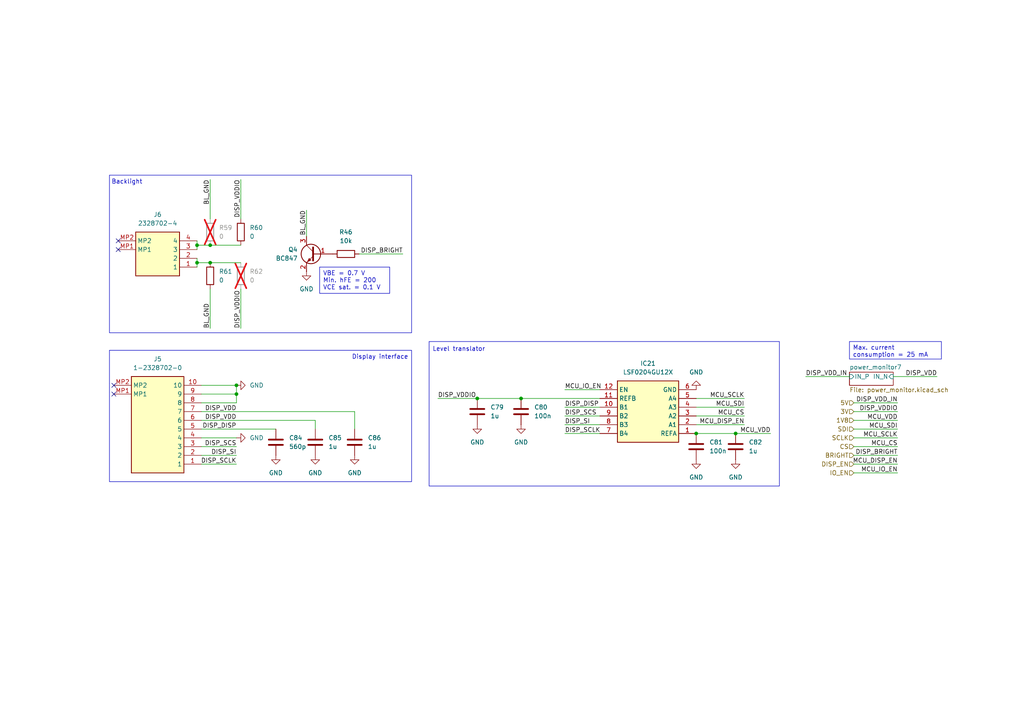
<source format=kicad_sch>
(kicad_sch (version 20231120) (generator "eeschema") (generator_version "8.0")
  (paper "A4")
  (title_block (title "Open Running Watch") (date "2024-04-12") (rev "0.1.0") (company "github.com/fuad1502/open-running-watch-hw"))
  (lib_symbols
    (symbol "1-2328702-0:1-2328702-0"
      (property "Reference" "J" (at 21.59 7.62 0))
      (property "Value" "1-2328702-0" (at 21.59 5.08 0))
      (symbol "1-2328702-0_1_1"
        (rectangle (start 5.08 2.54) (end 20.32 -25.4) (stroke (width 0.254)) (fill (type background)))
        (pin passive line (at 25.4 -22.86 180) (length 5.08) (name "1") (number "1"))
        (pin passive line (at 25.4 0 180) (length 5.08) (name "10") (number "10"))
        (pin passive line (at 25.4 -20.32 180) (length 5.08) (name "2") (number "2"))
        (pin passive line (at 25.4 -17.78 180) (length 5.08) (name "3") (number "3"))
        (pin passive line (at 25.4 -15.24 180) (length 5.08) (name "4") (number "4"))
        (pin passive line (at 25.4 -12.7 180) (length 5.08) (name "5") (number "5"))
        (pin passive line (at 25.4 -10.16 180) (length 5.08) (name "6") (number "6"))
        (pin passive line (at 25.4 -7.62 180) (length 5.08) (name "7") (number "7"))
        (pin passive line (at 25.4 -5.08 180) (length 5.08) (name "8") (number "8"))
        (pin passive line (at 25.4 -2.54 180) (length 5.08) (name "9") (number "9"))
        (pin passive line (at 0 -2.54 0) (length 5.08) (name "MP1") (number "MP1"))
        (pin passive line (at 0 0 0) (length 5.08) (name "MP2") (number "MP2"))
      )
    )
    (symbol "2328702-4:2328702-4"
      (property "Reference" "J" (at 19.05 7.62 0))
      (property "Value" "2328702-4" (at 19.05 5.08 0))
      (symbol "2328702-4_1_1"
        (rectangle (start 5.08 2.54) (end 17.78 -10.16) (stroke (width 0.254)) (fill (type background)))
        (pin passive line (at 22.86 -7.62 180) (length 5.08) (name "1") (number "1"))
        (pin passive line (at 22.86 -5.08 180) (length 5.08) (name "2") (number "2"))
        (pin passive line (at 22.86 -2.54 180) (length 5.08) (name "3") (number "3"))
        (pin passive line (at 22.86 0 180) (length 5.08) (name "4") (number "4"))
        (pin passive line (at 0 -2.54 0) (length 5.08) (name "MP1") (number "MP1"))
        (pin passive line (at 0 0 0) (length 5.08) (name "MP2") (number "MP2"))
      )
    )
    (symbol "Device:C" (pin_numbers hide) (pin_names (offset 0.254))
      (property "Reference" "C" (at 0.635 2.54 0))
      (property "Value" "C" (at 0.635 -2.54 0))
      (symbol "C_0_1"
        (polyline (pts (xy -2.032 -0.762) (xy 2.032 -0.762)) (stroke (width 0.508)))
        (polyline (pts (xy -2.032 0.762) (xy 2.032 0.762)) (stroke (width 0.508)))
      )
      (symbol "C_1_1"
        (pin passive line (at 0 3.81 270) (length 2.794) (name "~") (number "1"))
        (pin passive line (at 0 -3.81 90) (length 2.794) (name "~") (number "2"))
      )
    )
    (symbol "Device:R" (pin_numbers hide) (pin_names (offset 0))
      (property "Reference" "R" (at 2.032 0 90))
      (property "Value" "R" (at 0 0 90))
      (symbol "R_0_1"
        (rectangle (start -1.016 -2.54) (end 1.016 2.54) (stroke (width 0.254)))
      )
      (symbol "R_1_1"
        (pin passive line (at 0 3.81 270) (length 1.27) (name "~") (number "1"))
        (pin passive line (at 0 -3.81 90) (length 1.27) (name "~") (number "2"))
      )
    )
    (symbol "LSF0204GU12X:LSF0204GU12X"
      (property "Reference" "IC" (at 24.13 7.62 0))
      (property "Value" "LSF0204GU12X" (at 24.13 5.08 0))
      (symbol "LSF0204GU12X_1_1"
        (rectangle (start 5.08 2.54) (end 22.86 -15.24) (stroke (width 0.254)) (fill (type background)))
        (pin passive line (at 0 0 0) (length 5.08) (name "REFA") (number "1"))
        (pin passive line (at 27.94 -7.62 180) (length 5.08) (name "B1") (number "10"))
        (pin passive line (at 27.94 -10.16 180) (length 5.08) (name "REFB") (number "11"))
        (pin passive line (at 27.94 -12.7 180) (length 5.08) (name "EN") (number "12"))
        (pin passive line (at 0 -2.54 0) (length 5.08) (name "A1") (number "2"))
        (pin passive line (at 0 -5.08 0) (length 5.08) (name "A2") (number "3"))
        (pin passive line (at 0 -7.62 0) (length 5.08) (name "A3") (number "4"))
        (pin passive line (at 0 -10.16 0) (length 5.08) (name "A4") (number "5"))
        (pin passive line (at 0 -12.7 0) (length 5.08) (name "GND") (number "6"))
        (pin passive line (at 27.94 0 180) (length 5.08) (name "B4") (number "7"))
        (pin passive line (at 27.94 -2.54 180) (length 5.08) (name "B3") (number "8"))
        (pin passive line (at 27.94 -5.08 180) (length 5.08) (name "B2") (number "9"))
      )
    )
    (symbol "Transistor_BJT:BC847" (pin_names (offset 0) hide)
      (property "Reference" "Q" (at 5.08 1.905 0))
      (property "Value" "BC847" (at 5.08 0 0))
      (symbol "BC847_0_1"
        (polyline (pts (xy 0.635 0.635) (xy 2.54 2.54)))
        (polyline (pts (xy 0.635 -0.635) (xy 2.54 -2.54) (xy 2.54 -2.54)))
        (polyline (pts (xy 0.635 1.905) (xy 0.635 -1.905) (xy 0.635 -1.905)) (stroke (width 0.508)))
        (polyline (pts (xy 1.27 -1.778) (xy 1.778 -1.27) (xy 2.286 -2.286) (xy 1.27 -1.778) (xy 1.27 -1.778)) (fill (type outline)))
        (circle (center 1.27 0) (radius 2.8194) (stroke (width 0.254)))
      )
      (symbol "BC847_1_1"
        (pin input line (at -5.08 0 0) (length 5.715) (name "B") (number "1"))
        (pin passive line (at 2.54 -5.08 90) (length 2.54) (name "E") (number "2"))
        (pin passive line (at 2.54 5.08 270) (length 2.54) (name "C") (number "3"))
      )
    )
    (symbol "power:GND" (power) (pin_numbers hide) (pin_names (offset 0) hide)
      (property "Value" "GND" (at 0 -3.81 0))
      (symbol "GND_0_1"
        (polyline (pts (xy 0 0) (xy 0 -1.27) (xy 1.27 -1.27) (xy 0 -2.54) (xy -1.27 -1.27) (xy 0 -1.27)))
      )
      (symbol "GND_1_1"
        (pin power_in line (at 0 0 270) (length 0) (name "~") (number "1"))
      )
    )
  )
  (junction (at 151.13 115.57))
  (junction (at 201.93 125.73))
  (junction (at 60.96 76.2))
  (junction (at 68.58 114.3))
  (junction (at 57.15 71.12))
  (junction (at 213.36 125.73))
  (junction (at 57.15 76.2))
  (junction (at 68.58 111.76))
  (junction (at 138.43 115.57))
  (junction (at 60.96 71.12))
  (no_connect (at 34.29 72.39))
  (no_connect (at 33.02 114.3))
  (no_connect (at 33.02 111.76))
  (no_connect (at 34.29 69.85))
  (wire (pts (xy 163.83 123.19) (xy 173.99 123.19)))
  (wire (pts (xy 57.15 76.2) (xy 60.96 76.2)))
  (wire (pts (xy 173.99 115.57) (xy 151.13 115.57)))
  (wire (pts (xy 69.85 83.82) (xy 69.85 95.25)))
  (wire (pts (xy 57.15 76.2) (xy 57.15 77.47)))
  (wire (pts (xy 271.78 109.22) (xy 259.08 109.22)))
  (wire (pts (xy 233.68 109.22) (xy 246.38 109.22)))
  (wire (pts (xy 247.65 134.62) (xy 260.35 134.62)))
  (wire (pts (xy 60.96 52.07) (xy 60.96 63.5)))
  (wire (pts (xy 58.42 127) (xy 68.58 127)))
  (wire (pts (xy 57.15 71.12) (xy 57.15 72.39)))
  (wire (pts (xy 68.58 114.3) (xy 68.58 116.84)))
  (wire (pts (xy 201.93 120.65) (xy 215.9 120.65)))
  (wire (pts (xy 102.87 119.38) (xy 102.87 124.46)))
  (wire (pts (xy 58.42 119.38) (xy 102.87 119.38)))
  (wire (pts (xy 247.65 121.92) (xy 260.35 121.92)))
  (wire (pts (xy 247.65 129.54) (xy 260.35 129.54)))
  (wire (pts (xy 57.15 74.93) (xy 57.15 76.2)))
  (wire (pts (xy 163.83 118.11) (xy 173.99 118.11)))
  (wire (pts (xy 68.58 111.76) (xy 68.58 114.3)))
  (wire (pts (xy 201.93 125.73) (xy 213.36 125.73)))
  (wire (pts (xy 69.85 63.5) (xy 69.85 52.07)))
  (wire (pts (xy 58.42 124.46) (xy 80.01 124.46)))
  (wire (pts (xy 247.65 116.84) (xy 260.35 116.84)))
  (wire (pts (xy 247.65 119.38) (xy 260.35 119.38)))
  (wire (pts (xy 91.44 121.92) (xy 91.44 124.46)))
  (wire (pts (xy 58.42 116.84) (xy 68.58 116.84)))
  (wire (pts (xy 127 115.57) (xy 138.43 115.57)))
  (wire (pts (xy 163.83 125.73) (xy 173.99 125.73)))
  (wire (pts (xy 58.42 134.62) (xy 68.58 134.62)))
  (wire (pts (xy 201.93 123.19) (xy 215.9 123.19)))
  (wire (pts (xy 201.93 115.57) (xy 215.9 115.57)))
  (wire (pts (xy 116.84 73.66) (xy 104.14 73.66)))
  (wire (pts (xy 58.42 114.3) (xy 68.58 114.3)))
  (wire (pts (xy 163.83 113.03) (xy 173.99 113.03)))
  (wire (pts (xy 60.96 76.2) (xy 69.85 76.2)))
  (wire (pts (xy 60.96 83.82) (xy 60.96 95.25)))
  (wire (pts (xy 88.9 60.96) (xy 88.9 68.58)))
  (wire (pts (xy 58.42 129.54) (xy 68.58 129.54)))
  (wire (pts (xy 247.65 127) (xy 260.35 127)))
  (wire (pts (xy 247.65 132.08) (xy 260.35 132.08)))
  (wire (pts (xy 163.83 120.65) (xy 173.99 120.65)))
  (wire (pts (xy 138.43 115.57) (xy 151.13 115.57)))
  (wire (pts (xy 57.15 71.12) (xy 60.96 71.12)))
  (wire (pts (xy 58.42 111.76) (xy 68.58 111.76)))
  (wire (pts (xy 223.52 125.73) (xy 213.36 125.73)))
  (wire (pts (xy 201.93 118.11) (xy 215.9 118.11)))
  (wire (pts (xy 58.42 121.92) (xy 91.44 121.92)))
  (wire (pts (xy 247.65 124.46) (xy 260.35 124.46)))
  (wire (pts (xy 247.65 137.16) (xy 260.35 137.16)))
  (wire (pts (xy 57.15 69.85) (xy 57.15 71.12)))
  (wire (pts (xy 58.42 132.08) (xy 68.58 132.08)))
  (wire (pts (xy 60.96 71.12) (xy 69.85 71.12)))
  (rectangle (start 124.46 99.06) (end 226.06 140.97))
  (rectangle (start 31.75 50.8) (end 119.38 96.52))
  (rectangle (start 31.75 101.6) (end 119.38 139.7))
  (text_box "VBE = 0.7 V\nMin. hFE = 200\nVCE sat. = 0.1 V" (at 92.71 77.47 0) (size 20.32 7.62) (effects (font (size 1.27 1.27)) (justify left top)))
  (text_box "Max. current consumption = 25 mA" (at 246.38 99.06 0) (size 26.67 5.08) (effects (font (size 1.27 1.27)) (justify left top)))
  (text "Level translator" (at 133.096 101.346 0) (effects (font (size 1.27 1.27))))
  (text "Display interface" (at 110.236 103.632 0) (effects (font (size 1.27 1.27))))
  (text "Backlight" (at 36.83 52.832 0) (effects (font (size 1.27 1.27))))
  (label "DISP_VDD" (at 271.78 109.22 180))
  (label "MCU_SDI" (at 215.9 118.11 180))
  (label "DISP_VDD" (at 68.58 121.92 180))
  (label "DISP_SI" (at 68.58 132.08 180))
  (label "BL_GND" (at 60.96 95.25 90))
  (label "DISP_VDD_IN" (at 233.68 109.22 0))
  (label "BL_GND" (at 60.96 52.07 270))
  (label "DISP_BRIGHT" (at 260.35 132.08 180))
  (label "DISP_VDDIO" (at 69.85 95.25 90))
  (label "DISP_SCLK" (at 163.83 125.73 0))
  (label "DISP_VDD_IN" (at 260.35 116.84 180))
  (label "BL_GND" (at 88.9 60.96 270))
  (label "MCU_DISP_EN" (at 260.35 134.62 180))
  (label "DISP_DISP" (at 68.58 124.46 180))
  (label "DISP_SI" (at 163.83 123.19 0))
  (label "DISP_DISP" (at 163.83 118.11 0))
  (label "DISP_VDDIO" (at 260.35 119.38 180))
  (label "MCU_DISP_EN" (at 215.9 123.19 180))
  (label "DISP_SCS" (at 68.58 129.54 180))
  (label "DISP_VDDIO" (at 127 115.57 0))
  (label "MCU_CS" (at 215.9 120.65 180))
  (label "MCU_CS" (at 260.35 129.54 180))
  (label "MCU_SCLK" (at 215.9 115.57 180))
  (label "DISP_SCLK" (at 68.58 134.62 180))
  (label "MCU_VDD" (at 223.52 125.73 180))
  (label "MCU_IO_EN" (at 260.35 137.16 180))
  (label "DISP_VDD" (at 68.58 119.38 180))
  (label "DISP_BRIGHT" (at 116.84 73.66 180))
  (label "MCU_VDD" (at 260.35 121.92 180))
  (label "MCU_SDI" (at 260.35 124.46 180))
  (label "MCU_IO_EN" (at 163.83 113.03 0))
  (label "MCU_SCLK" (at 260.35 127 180))
  (label "DISP_VDDIO" (at 69.85 52.07 270))
  (label "DISP_SCS" (at 163.83 120.65 0))
  (hierarchical_label "BRIGHT" (shape input) (at 247.65 132.08 180))
  (hierarchical_label "IO_EN" (shape input) (at 247.65 137.16 180))
  (hierarchical_label "SDI" (shape input) (at 247.65 124.46 180))
  (hierarchical_label "CS" (shape input) (at 247.65 129.54 180))
  (hierarchical_label "5V" (shape input) (at 247.65 116.84 180))
  (hierarchical_label "DISP_EN" (shape input) (at 247.65 134.62 180))
  (hierarchical_label "1V8" (shape input) (at 247.65 121.92 180))
  (hierarchical_label "3V" (shape input) (at 247.65 119.38 180))
  (hierarchical_label "SCLK" (shape input) (at 247.65 127 180))
  (symbol (lib_id "power:GND") (at 88.9 78.74 0) (mirror y) (unit 1)
    (property "Reference" "#PWR0123" (effects (hide yes)))
    (property "Value" "GND" (at 88.9 83.82 0))
    (property "Description" "Power symbol creates a global label with name \"GND\" , ground" (effects (hide yes)))
  )
  (symbol (lib_id "power:GND") (at 91.44 132.08 0) (unit 1)
    (property "Reference" "#PWR0169" (effects (hide yes)))
    (property "Value" "GND" (at 91.44 137.16 0))
    (property "Description" "Power symbol creates a global label with name \"GND\" , ground" (effects (hide yes)))
  )
  (symbol (lib_id "power:GND") (at 68.58 127 90) (unit 1)
    (property "Reference" "#PWR0166" (effects (hide yes)))
    (property "Value" "GND" (at 72.39 126.9999 90) (effects (justify right)))
    (property "Description" "Power symbol creates a global label with name \"GND\" , ground" (effects (hide yes)))
  )
  (symbol (lib_id "Device:C") (at 201.93 129.54 180) (unit 1)
    (property "Reference" "C81" (at 205.74 128.2699 0) (effects (justify right)))
    (property "Value" "100n" (at 205.74 130.8099 0) (effects (justify right)))
    (property "Footprint" "Capacitor_SMD:C_0402_1005Metric_Pad0.74x0.62mm_HandSolder" (effects (hide yes)))
    (property "Description" "Unpolarized capacitor" (effects (hide yes)))
    (property "Manufacturer_Part_Number" "GRM155R71A104MA01D " (effects (hide yes)))
  )
  (symbol (lib_id "power:GND") (at 213.36 133.35 0) (unit 1)
    (property "Reference" "#PWR0162" (effects (hide yes)))
    (property "Value" "GND" (at 213.36 138.43 0))
    (property "Description" "Power symbol creates a global label with name \"GND\" , ground" (effects (hide yes)))
  )
  (symbol (lib_id "2328702-4:2328702-4") (at 34.29 69.85 0) (unit 1)
    (property "Reference" "J6" (at 45.72 62.23 0))
    (property "Value" "2328702-4" (at 45.72 64.77 0))
    (property "Footprint" "2328702-4:23287024" (effects (hide yes)))
    (property "Datasheet" "https://www.te.com/commerce/DocumentDelivery/DDEController?Action=srchrtrv&DocNm=1-1773959-7-FPC-Connectors-CN&DocType=Data%20Sheet&DocLang=Chinese (Simplified)&PartCntxt=2328702-4&DocFormat=pdf" (effects (hide yes)))
    (property "Description" "Body Features: Actuator Color Black | Primary Product Color Natural | Configuration Features: PCB Mount Orientation Right Angle | Number of Rows 1 | Compatible With Wire & Cable Type FFC | Number of Positions 4 | Compatible With Wire & Cable Type FPC | Contact Features: Contact Current Rating (Max) .5 AMP | Contact Mating Area Plating Material Gold | Contact Base Material Copper Alloy | Contact Mating Location Dual Side | PCB Contact Termination Area Plating Material Gold | Contact Shape & Form Standard Fla" (effects (hide yes)))
    (property "Height" "1.05" (effects (hide yes)))
    (property "Mouser Part Number" "571-2328702-4" (effects (hide yes)))
    (property "Mouser Price/Stock" "https://www.mouser.co.uk/ProductDetail/TE-Connectivity/2328702-4?qs=w%2Fv1CP2dgqrq1I7zgm1Wkw%3D%3D" (effects (hide yes)))
    (property "Manufacturer_Name" "TE Connectivity" (effects (hide yes)))
    (property "Manufacturer_Part_Number" "2328702-4" (effects (hide yes)))
  )
  (symbol (lib_id "Device:C") (at 151.13 119.38 180) (unit 1)
    (property "Reference" "C80" (at 154.94 118.1099 0) (effects (justify right)))
    (property "Value" "100n" (at 154.94 120.6499 0) (effects (justify right)))
    (property "Footprint" "Capacitor_SMD:C_0402_1005Metric_Pad0.74x0.62mm_HandSolder" (effects (hide yes)))
    (property "Description" "Unpolarized capacitor" (effects (hide yes)))
    (property "Manufacturer_Part_Number" "GRM155R71A104MA01D " (effects (hide yes)))
  )
  (symbol (lib_id "power:GND") (at 201.93 113.03 180) (unit 1)
    (property "Reference" "#PWR0160" (effects (hide yes)))
    (property "Value" "GND" (at 201.93 107.95 0))
    (property "Description" "Power symbol creates a global label with name \"GND\" , ground" (effects (hide yes)))
  )
  (symbol (lib_id "Device:R") (at 60.96 80.01 0) (unit 1)
    (property "Reference" "R61" (at 63.5 78.7399 0) (effects (justify left)))
    (property "Value" "0" (at 63.5 81.2799 0) (effects (justify left)))
    (property "Footprint" "Resistor_SMD:R_0402_1005Metric_Pad0.72x0.64mm_HandSolder" (effects (hide yes)))
    (property "Description" "Resistor" (effects (hide yes)))
    (property "Manufacturer_Part_Number" "AC0402JR-7D0RL" (effects (hide yes)))
  )
  (symbol (lib_id "Transistor_BJT:BC847") (at 91.44 73.66 0) (mirror y) (unit 1)
    (property "Reference" "Q4" (at 86.36 72.3899 0) (effects (justify left)))
    (property "Value" "BC847" (at 86.36 74.9299 0) (effects (justify left)))
    (property "Footprint" "Package_TO_SOT_SMD:SOT-23" (effects (hide yes)))
    (property "Datasheet" "http://www.infineon.com/dgdl/Infineon-BC847SERIES_BC848SERIES_BC849SERIES_BC850SERIES-DS-v01_01-en.pdf?fileId=db3a304314dca389011541d4630a1657" (effects (hide yes)))
    (property "Description" "0.1A Ic, 45V Vce, NPN Transistor, SOT-23" (effects (hide yes)))
    (property "Manufacturer_Part_Number" "BC847A-QR" (effects (hide yes)))
  )
  (symbol (lib_id "power:GND") (at 138.43 123.19 0) (unit 1)
    (property "Reference" "#PWR0158" (effects (hide yes)))
    (property "Value" "GND" (at 138.43 128.27 0))
    (property "Description" "Power symbol creates a global label with name \"GND\" , ground" (effects (hide yes)))
  )
  (symbol (lib_id "Device:R") (at 69.85 80.01 0) (unit 1) (dnp yes)
    (property "Reference" "R62" (at 72.39 78.7399 0) (effects (justify left)))
    (property "Value" "0" (at 72.39 81.2799 0) (effects (justify left)))
    (property "Footprint" "Resistor_SMD:R_0402_1005Metric_Pad0.72x0.64mm_HandSolder" (effects (hide yes)))
    (property "Description" "Resistor" (effects (hide yes)))
    (property "Manufacturer_Part_Number" "AC0402JR-7D0RL" (effects (hide yes)))
  )
  (symbol (lib_id "Device:R") (at 69.85 67.31 0) (unit 1)
    (property "Reference" "R60" (at 72.39 66.0399 0) (effects (justify left)))
    (property "Value" "0" (at 72.39 68.5799 0) (effects (justify left)))
    (property "Footprint" "Resistor_SMD:R_0402_1005Metric_Pad0.72x0.64mm_HandSolder" (effects (hide yes)))
    (property "Description" "Resistor" (effects (hide yes)))
    (property "Manufacturer_Part_Number" "AC0402JR-7D0RL" (effects (hide yes)))
  )
  (symbol (lib_id "power:GND") (at 151.13 123.19 0) (unit 1)
    (property "Reference" "#PWR0159" (effects (hide yes)))
    (property "Value" "GND" (at 151.13 128.27 0))
    (property "Description" "Power symbol creates a global label with name \"GND\" , ground" (effects (hide yes)))
  )
  (symbol (lib_id "power:GND") (at 68.58 111.76 90) (unit 1)
    (property "Reference" "#PWR0167" (effects (hide yes)))
    (property "Value" "GND" (at 72.39 111.7599 90) (effects (justify right)))
    (property "Description" "Power symbol creates a global label with name \"GND\" , ground" (effects (hide yes)))
  )
  (symbol (lib_id "LSF0204GU12X:LSF0204GU12X") (at 201.93 125.73 180) (unit 1)
    (property "Reference" "IC21" (at 187.96 105.41 0))
    (property "Value" "LSF0204GU12X" (at 187.96 107.95 0))
    (property "Footprint" "LSF0204GU12X:LSF0204GU12X" (effects (hide yes)))
    (property "Datasheet" "https://assets.nexperia.com/documents/data-sheet/LSF0204.pdf" (effects (hide yes)))
    (property "Description" "LSF0204 - 4-bit bidirectional multi-voltage level translator; open-drain; push-pull@en-us" (effects (hide yes)))
    (property "Height" "0.5" (effects (hide yes)))
    (property "Mouser Part Number" "771-LSF0204GU12X" (effects (hide yes)))
    (property "Mouser Price/Stock" "https://www.mouser.co.uk/ProductDetail/Nexperia/LSF0204GU12X?qs=sPbYRqrBIVlGw1uFCBevEQ%3D%3D" (effects (hide yes)))
    (property "Manufacturer_Name" "Nexperia" (effects (hide yes)))
    (property "Manufacturer_Part_Number" "LSF0204GU12X" (effects (hide yes)))
  )
  (symbol (lib_id "Device:C") (at 138.43 119.38 180) (unit 1)
    (property "Reference" "C79" (at 142.24 118.1099 0) (effects (justify right)))
    (property "Value" "1u" (at 142.24 120.6499 0) (effects (justify right)))
    (property "Footprint" "Capacitor_SMD:C_0603_1608Metric_Pad1.08x0.95mm_HandSolder" (effects (hide yes)))
    (property "Description" "Unpolarized capacitor" (effects (hide yes)))
    (property "Manufacturer_Part_Number" "C0603C105K4RACTU" (effects (hide yes)))
  )
  (symbol (lib_id "power:GND") (at 201.93 133.35 0) (unit 1)
    (property "Reference" "#PWR0161" (effects (hide yes)))
    (property "Value" "GND" (at 201.93 138.43 0))
    (property "Description" "Power symbol creates a global label with name \"GND\" , ground" (effects (hide yes)))
  )
  (symbol (lib_id "1-2328702-0:1-2328702-0") (at 33.02 111.76 0) (unit 1)
    (property "Reference" "J5" (at 45.72 104.14 0))
    (property "Value" "1-2328702-0" (at 45.72 106.68 0))
    (property "Footprint" "1-2328702-0:123287020" (effects (hide yes)))
    (property "Datasheet" "https://datasheet.datasheetarchive.com/originals/distributors/DKDS42/DSANUWW0052081.pdf" (effects (hide yes)))
    (property "Description" "AMP - TE CONNECTIVITY - 1-2328702-0 - CONNECTOR, FPC, R/A, 10POS, 1ROW, 0.5MM" (effects (hide yes)))
    (property "Height" "1.05" (effects (hide yes)))
    (property "Mouser Part Number" "571-1-2328702-0" (effects (hide yes)))
    (property "Mouser Price/Stock" "https://www.mouser.co.uk/ProductDetail/TE-Connectivity/1-2328702-0?qs=w%2Fv1CP2dgqo2Dg4sQQnZ1g%3D%3D" (effects (hide yes)))
    (property "Manufacturer_Name" "TE Connectivity" (effects (hide yes)))
    (property "Manufacturer_Part_Number" "1-2328702-0" (effects (hide yes)))
  )
  (symbol (lib_id "power:GND") (at 80.01 132.08 0) (unit 1)
    (property "Reference" "#PWR0168" (effects (hide yes)))
    (property "Value" "GND" (at 80.01 137.16 0))
    (property "Description" "Power symbol creates a global label with name \"GND\" , ground" (effects (hide yes)))
  )
  (symbol (lib_id "Device:C") (at 80.01 128.27 0) (unit 1)
    (property "Reference" "C84" (at 83.82 126.9999 0) (effects (justify left)))
    (property "Value" "560p" (at 83.82 129.5399 0) (effects (justify left)))
    (property "Footprint" "Capacitor_SMD:C_0402_1005Metric_Pad0.74x0.62mm_HandSolder" (effects (hide yes)))
    (property "Description" "Unpolarized capacitor" (effects (hide yes)))
    (property "Manufacturer_Part_Number" "GRT1555C1H561FA02D" (effects (hide yes)))
  )
  (symbol (lib_id "Device:R") (at 60.96 67.31 0) (unit 1) (dnp yes)
    (property "Reference" "R59" (at 63.5 66.0399 0) (effects (justify left)))
    (property "Value" "0" (at 63.5 68.5799 0) (effects (justify left)))
    (property "Footprint" "Resistor_SMD:R_0402_1005Metric_Pad0.72x0.64mm_HandSolder" (effects (hide yes)))
    (property "Description" "Resistor" (effects (hide yes)))
    (property "Manufacturer_Part_Number" "AC0402JR-7D0RL" (effects (hide yes)))
  )
  (symbol (lib_id "Device:C") (at 91.44 128.27 180) (unit 1)
    (property "Reference" "C85" (at 95.25 126.9999 0) (effects (justify right)))
    (property "Value" "1u" (at 95.25 129.5399 0) (effects (justify right)))
    (property "Footprint" "Capacitor_SMD:C_0603_1608Metric_Pad1.08x0.95mm_HandSolder" (effects (hide yes)))
    (property "Description" "Unpolarized capacitor" (effects (hide yes)))
    (property "Manufacturer_Part_Number" "C0603C105K4RACTU" (effects (hide yes)))
  )
  (symbol (lib_id "Device:C") (at 102.87 128.27 180) (unit 1)
    (property "Reference" "C86" (at 106.68 126.9999 0) (effects (justify right)))
    (property "Value" "1u" (at 106.68 129.5399 0) (effects (justify right)))
    (property "Footprint" "Capacitor_SMD:C_0603_1608Metric_Pad1.08x0.95mm_HandSolder" (effects (hide yes)))
    (property "Description" "Unpolarized capacitor" (effects (hide yes)))
    (property "Manufacturer_Part_Number" "C0603C105K4RACTU" (effects (hide yes)))
  )
  (symbol (lib_id "Device:C") (at 213.36 129.54 180) (unit 1)
    (property "Reference" "C82" (at 217.17 128.2699 0) (effects (justify right)))
    (property "Value" "1u" (at 217.17 130.8099 0) (effects (justify right)))
    (property "Footprint" "Capacitor_SMD:C_0603_1608Metric_Pad1.08x0.95mm_HandSolder" (effects (hide yes)))
    (property "Description" "Unpolarized capacitor" (effects (hide yes)))
    (property "Manufacturer_Part_Number" "C0603C105K4RACTU" (effects (hide yes)))
  )
  (symbol (lib_id "power:GND") (at 102.87 132.08 0) (unit 1)
    (property "Reference" "#PWR0170" (effects (hide yes)))
    (property "Value" "GND" (at 102.87 137.16 0))
    (property "Description" "Power symbol creates a global label with name \"GND\" , ground" (effects (hide yes)))
  )
  (symbol (lib_id "Device:R") (at 100.33 73.66 90) (mirror x) (unit 1)
    (property "Reference" "R46" (at 100.33 67.31 90))
    (property "Value" "10k" (at 100.33 69.85 90))
    (property "Footprint" "Resistor_SMD:R_0402_1005Metric_Pad0.72x0.64mm_HandSolder" (effects (hide yes)))
    (property "Description" "Resistor" (effects (hide yes)))
    (property "Manufacturer_Part_Number" " RC0402JR-0710KP" (effects (hide yes)))
  )
  (sheet (at 246.38 107.95) (size 12.7 3.81) (stroke (width 0.1524))
    (property "Sheetname" "power_monitor7" (at 246.38 107.2384 0) (effects (justify left bottom)))
    (property "Sheetfile" "power_monitor.kicad_sch" (at 246.38 112.3446 0) (effects (justify left top)))
    (pin "IN_P" input (at 246.38 109.22 180))
    (pin "IN_N" input (at 259.08 109.22 0))
  )
)
</source>
